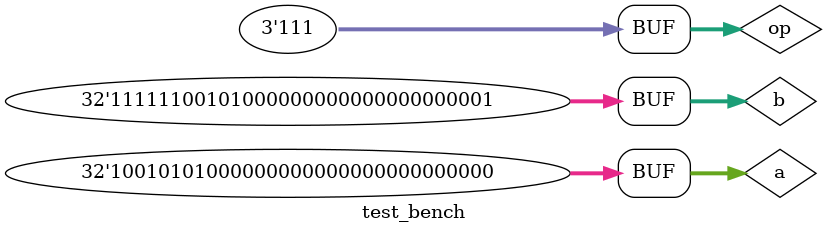
<source format=v>
`define DELAY 20
module test_bench(); 
	reg [31:0] a,b;
	reg [2:0] op;
	wire [31:0] sum;

	ALU32bit g1(a,b,op,sum);
	initial begin
	a = 32'b00000000000000000000000000000011; b = 32'b00000000000000000000000000000001; op = 000;
	#`DELAY;
	a = 32'b11111000000000000000000000000011; b = 32'b11111111111111111111111111111111; op = 001;
	#`DELAY;
	a = 32'b00000000000000000000000000000011; b = 32'b00000000000000000000000000000001; op = 010;
	#`DELAY;
	a = 32'b00000000000000000000000000000000; b = 32'b00000000000000000000000000000001; op = 100;
	#`DELAY;
	a = 32'b10010101000000000000000000000000; b = 32'b11111100101000000000000000000001; op = 101;
	#`DELAY;
	a = 32'b10010101000000000000000000000000; b = 32'b11111100101000000000000000000001; op = 110;
	#`DELAY;
	a = 32'b10010101000000000000000000000000; b = 32'b11111100101000000000000000000001; op = 111;
	#`DELAY;
	end
	 
	 
	initial
	begin
	$monitor("time = %2d, a =%32b, b=%32b, op=%3b, sum=%32b", $time, a, b, op, sum);
	end
 
endmodule
</source>
